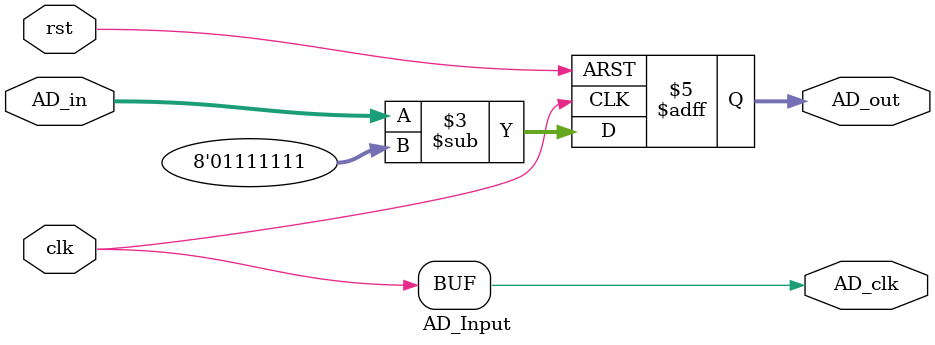
<source format=v>
module AD_Input(clk, rst, AD_clk, AD_in, AD_out);
input clk, rst;
output AD_clk;
input [7:0] AD_in;
output reg signed [7:0] AD_out;
assign AD_clk = clk;
initial begin
AD_out <= 0;
end
always @ (posedge clk or negedge rst) begin
if(!rst)
  AD_out <= 0;
else
  AD_out <= AD_in - 8'b01111111;  //把有符号数转为无符号数
end
endmodule
</source>
